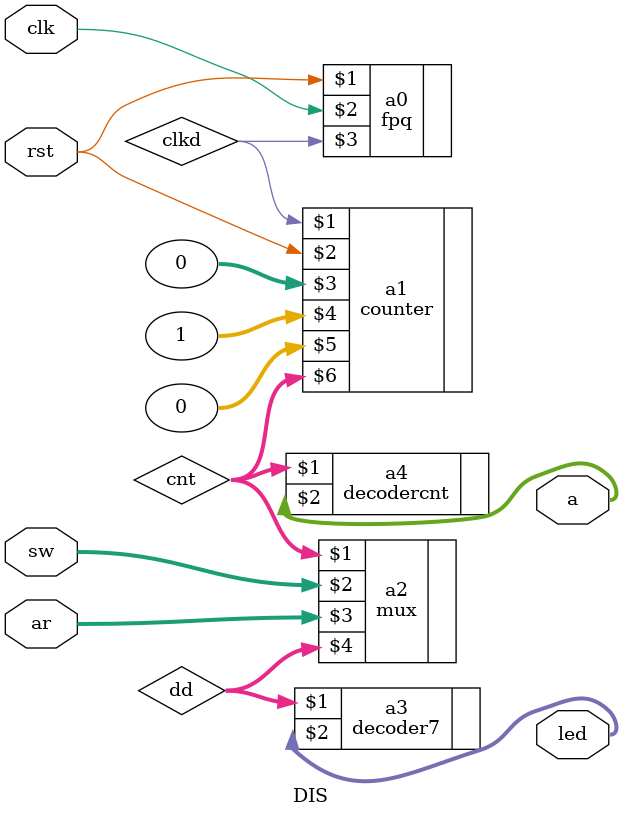
<source format=v>
`timescale 1ns / 1ps


module DIS (
    input clk,
    input rst,
    input [4:0] ar,
    input [15:0] sw,
    output [7:0] a,
    output [6:0] led
);
wire clkd;
wire [3:0] dd;
wire [2:0] cnt;
fpq a0(rst,clk,clkd);
counter a1(clkd,rst,0,1,0,cnt);
decodercnt a4(cnt,a);
mux a2(cnt,sw,ar,dd);
decoder7 a3(dd,led); 
endmodule
</source>
